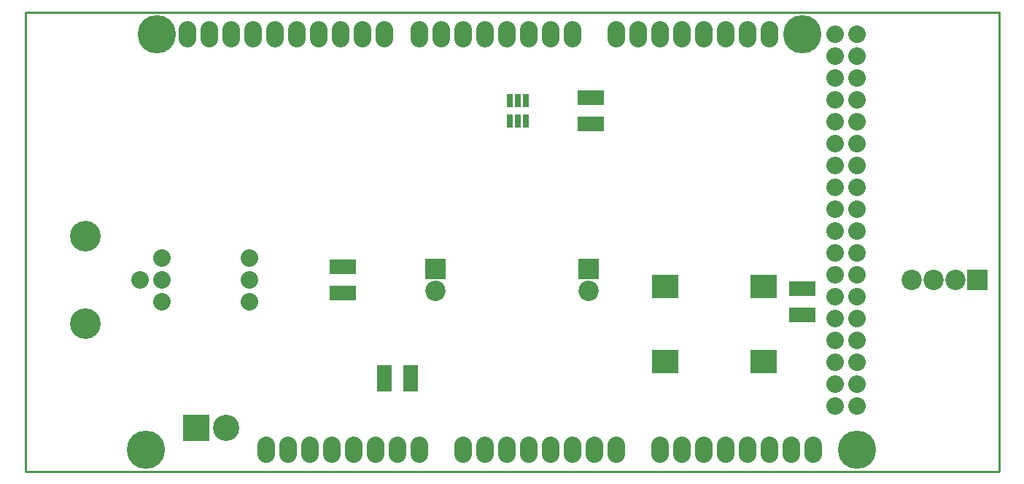
<source format=gts>
G04 (created by PCBNEW-RS274X (2011-05-25)-stable) date Tue 11 Mar 2014 02:38:01 PM EDT*
G01*
G70*
G90*
%MOIN*%
G04 Gerber Fmt 3.4, Leading zero omitted, Abs format*
%FSLAX34Y34*%
G04 APERTURE LIST*
%ADD10C,0.006000*%
%ADD11C,0.009000*%
%ADD12C,0.175000*%
%ADD13O,0.080000X0.120000*%
%ADD14C,0.080000*%
%ADD15R,0.120000X0.070000*%
%ADD16C,0.140000*%
%ADD17C,0.093000*%
%ADD18R,0.093000X0.093000*%
%ADD19R,0.120000X0.110000*%
%ADD20R,0.120000X0.120000*%
%ADD21C,0.120000*%
%ADD22R,0.070000X0.120000*%
%ADD23R,0.030000X0.060400*%
G04 APERTURE END LIST*
G54D10*
G54D11*
X45000Y-51500D02*
X89500Y-51500D01*
X45000Y-30500D02*
X45000Y-51500D01*
X89500Y-30500D02*
X45000Y-30500D01*
X89500Y-51500D02*
X89500Y-30500D01*
G54D12*
X50500Y-50500D03*
X51000Y-31500D03*
X83000Y-50500D03*
X80500Y-31500D03*
G54D13*
X56000Y-50500D03*
X57000Y-50500D03*
X58000Y-50500D03*
X59000Y-50500D03*
X60000Y-50500D03*
X61000Y-50500D03*
X62000Y-50500D03*
X63000Y-50500D03*
X65000Y-50500D03*
X66000Y-50500D03*
X67000Y-50500D03*
X68000Y-50500D03*
X69000Y-50500D03*
X70000Y-50500D03*
X71000Y-50500D03*
X72000Y-50500D03*
X74000Y-50500D03*
X75000Y-50500D03*
X76000Y-50500D03*
X77000Y-50500D03*
X78000Y-50500D03*
X79000Y-50500D03*
X80000Y-50500D03*
X81000Y-50500D03*
X52400Y-31500D03*
X53400Y-31500D03*
X54400Y-31500D03*
X55400Y-31500D03*
X56400Y-31500D03*
X57400Y-31500D03*
X58400Y-31500D03*
X59400Y-31500D03*
X60400Y-31500D03*
X61400Y-31500D03*
X63000Y-31500D03*
X70000Y-31500D03*
X69000Y-31500D03*
X68000Y-31500D03*
X67000Y-31500D03*
X66000Y-31500D03*
X65000Y-31500D03*
X64000Y-31500D03*
X72000Y-31500D03*
X73000Y-31500D03*
X74000Y-31500D03*
X75000Y-31500D03*
X76000Y-31500D03*
X77000Y-31500D03*
X78000Y-31500D03*
X79000Y-31500D03*
G54D14*
X82000Y-31500D03*
X83000Y-31500D03*
X82000Y-32500D03*
X83000Y-32500D03*
X82000Y-33500D03*
X83000Y-33500D03*
X82000Y-34500D03*
X83000Y-34500D03*
X82000Y-35500D03*
X83000Y-35500D03*
X82000Y-36500D03*
X83000Y-36500D03*
X82000Y-37500D03*
X83000Y-37500D03*
X82000Y-38500D03*
X83000Y-38500D03*
X82000Y-39500D03*
X83000Y-39500D03*
X82000Y-40500D03*
X83000Y-40500D03*
X82000Y-41500D03*
X83000Y-41500D03*
X82000Y-42500D03*
X83000Y-42500D03*
X82000Y-43500D03*
X83000Y-43500D03*
X82000Y-44500D03*
X83000Y-44500D03*
X82000Y-45500D03*
X83000Y-45500D03*
X82000Y-46500D03*
X83000Y-46500D03*
X82000Y-47500D03*
X83000Y-47500D03*
X82000Y-48500D03*
X83000Y-48500D03*
G54D15*
X80500Y-43150D03*
X80500Y-44350D03*
G54D16*
X47750Y-44750D03*
X47750Y-40750D03*
G54D14*
X50250Y-42750D03*
X51250Y-42750D03*
X51250Y-41750D03*
X51250Y-43750D03*
G54D17*
X87500Y-42750D03*
X86500Y-42750D03*
G54D18*
X88500Y-42750D03*
G54D17*
X85500Y-42750D03*
G54D19*
X78744Y-46463D03*
X74256Y-46463D03*
X78744Y-43037D03*
X74256Y-43037D03*
G54D20*
X52811Y-49500D03*
G54D21*
X54189Y-49500D03*
G54D15*
X59500Y-42150D03*
X59500Y-43350D03*
G54D17*
X70750Y-43250D03*
G54D18*
X70750Y-42250D03*
G54D17*
X63750Y-43250D03*
G54D18*
X63750Y-42250D03*
G54D14*
X55250Y-42750D03*
X55250Y-43750D03*
X55250Y-41750D03*
G54D22*
X62600Y-47250D03*
X61400Y-47250D03*
G54D15*
X70850Y-34400D03*
X70850Y-35600D03*
G54D23*
X67126Y-35472D03*
X67500Y-35472D03*
X67874Y-35472D03*
X67874Y-34528D03*
X67500Y-34528D03*
X67126Y-34528D03*
M02*

</source>
